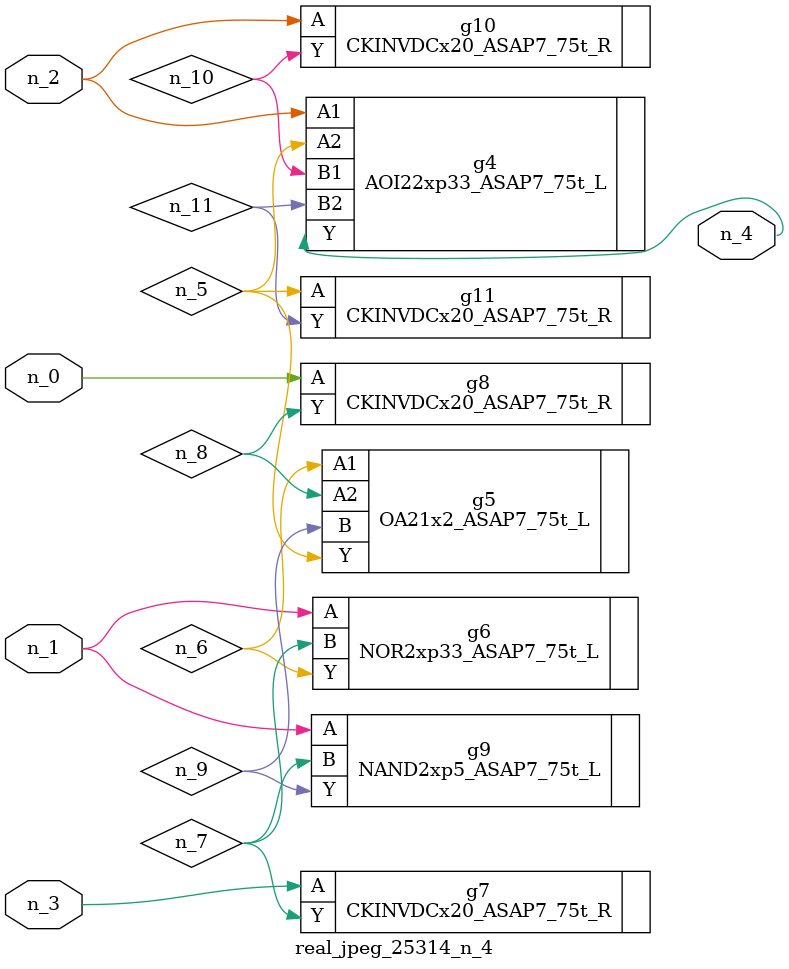
<source format=v>
module real_jpeg_25314_n_4 (n_3, n_1, n_0, n_2, n_4);

input n_3;
input n_1;
input n_0;
input n_2;

output n_4;

wire n_5;
wire n_8;
wire n_11;
wire n_6;
wire n_7;
wire n_10;
wire n_9;

CKINVDCx20_ASAP7_75t_R g8 ( 
.A(n_0),
.Y(n_8)
);

NOR2xp33_ASAP7_75t_L g6 ( 
.A(n_1),
.B(n_7),
.Y(n_6)
);

NAND2xp5_ASAP7_75t_L g9 ( 
.A(n_1),
.B(n_7),
.Y(n_9)
);

AOI22xp33_ASAP7_75t_L g4 ( 
.A1(n_2),
.A2(n_5),
.B1(n_10),
.B2(n_11),
.Y(n_4)
);

CKINVDCx20_ASAP7_75t_R g10 ( 
.A(n_2),
.Y(n_10)
);

CKINVDCx20_ASAP7_75t_R g7 ( 
.A(n_3),
.Y(n_7)
);

CKINVDCx20_ASAP7_75t_R g11 ( 
.A(n_5),
.Y(n_11)
);

OA21x2_ASAP7_75t_L g5 ( 
.A1(n_6),
.A2(n_8),
.B(n_9),
.Y(n_5)
);


endmodule
</source>
